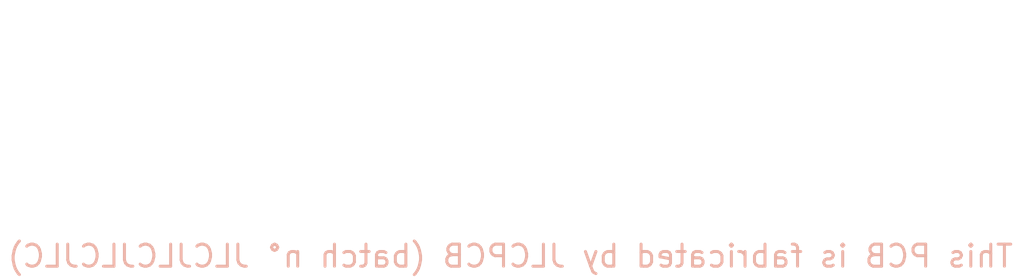
<source format=kicad_pcb>
(kicad_pcb (version 20171130) (host pcbnew "(5.0.0)")

  (general
    (thickness 1.6)
    (drawings 4)
    (tracks 0)
    (zones 0)
    (modules 0)
    (nets 1)
  )

  (page A4)
  (title_block
    (title "S80 - Stackable Z80")
    (date 2018-10-22)
    (rev 1.0)
    (comment 1 "Copyright (c) 2018 by R&F Pynckels")
  )

  (layers
    (0 F.Cu signal)
    (31 B.Cu signal)
    (34 B.Paste user)
    (35 F.Paste user)
    (36 B.SilkS user)
    (37 F.SilkS user)
    (38 B.Mask user)
    (39 F.Mask user)
    (40 Dwgs.User user)
    (44 Edge.Cuts user)
    (45 Margin user)
    (46 B.CrtYd user)
    (47 F.CrtYd user)
    (48 B.Fab user)
    (49 F.Fab user)
  )

  (setup
    (last_trace_width 0.1524)
    (user_trace_width 0.254)
    (user_trace_width 0.254)
    (user_trace_width 0.254)
    (user_trace_width 0.254)
    (user_trace_width 0.254)
    (user_trace_width 0.254)
    (user_trace_width 0.254)
    (user_trace_width 0.254)
    (user_trace_width 0.254)
    (user_trace_width 0.254)
    (user_trace_width 0.254)
    (user_trace_width 0.254)
    (user_trace_width 0.254)
    (user_trace_width 0.254)
    (user_trace_width 0.254)
    (user_trace_width 0.254)
    (user_trace_width 0.254)
    (user_trace_width 0.254)
    (user_trace_width 0.254)
    (user_trace_width 0.254)
    (trace_clearance 0.1524)
    (zone_clearance 0.1524)
    (zone_45_only yes)
    (trace_min 0.1524)
    (segment_width 0.2)
    (edge_width 0.2)
    (via_size 0.6858)
    (via_drill 0.3302)
    (via_min_size 0.508)
    (via_min_drill 0.254)
    (uvia_size 0.6858)
    (uvia_drill 0.3302)
    (uvias_allowed no)
    (uvia_min_size 0.2)
    (uvia_min_drill 0.1)
    (pcb_text_width 0.3)
    (pcb_text_size 1.5 1.5)
    (mod_edge_width 0.15)
    (mod_text_size 1 1)
    (mod_text_width 0.15)
    (pad_size 1.7 1.7)
    (pad_drill 1)
    (pad_to_mask_clearance 0.0508)
    (aux_axis_origin 0 0)
    (visible_elements 7FFFF77F)
    (pcbplotparams
      (layerselection 0x010f0_ffffffff)
      (usegerberextensions true)
      (usegerberattributes true)
      (usegerberadvancedattributes false)
      (creategerberjobfile false)
      (excludeedgelayer true)
      (linewidth 0.150000)
      (plotframeref false)
      (viasonmask false)
      (mode 1)
      (useauxorigin false)
      (hpglpennumber 1)
      (hpglpenspeed 20)
      (hpglpendiameter 15.000000)
      (psnegative false)
      (psa4output false)
      (plotreference true)
      (plotvalue true)
      (plotinvisibletext false)
      (padsonsilk false)
      (subtractmaskfromsilk false)
      (outputformat 1)
      (mirror false)
      (drillshape 0)
      (scaleselection 1)
      (outputdirectory "../../Gerbers/S80 Serial/"))
  )

  (net 0 "")

  (net_class Default "This is the default net class."
    (clearance 0.1524)
    (trace_width 0.1524)
    (via_dia 0.6858)
    (via_drill 0.3302)
    (uvia_dia 0.6858)
    (uvia_drill 0.3302)
    (diff_pair_gap 0.254)
    (diff_pair_width 0.254)
  )

  (gr_line (start 120.1928 94.3102) (end 120.1928 102.489) (layer Dwgs.User) (width 0.2))
  (gr_line (start 171.0944 94.3102) (end 171.0944 102.2096) (layer Dwgs.User) (width 0.2))
  (gr_line (start 120.2182 88.8492) (end 171.0944 88.8492) (layer Dwgs.User) (width 0.2))
  (gr_text "This PCB is fabricated by JLCPCB (batch n° JLCJLCJLCJLC)" (at 145.55 101.527) (layer B.SilkS) (tstamp 5BCDE6FD)
    (effects (font (size 1.1 1.1) (thickness 0.15)) (justify mirror))
  )

)

</source>
